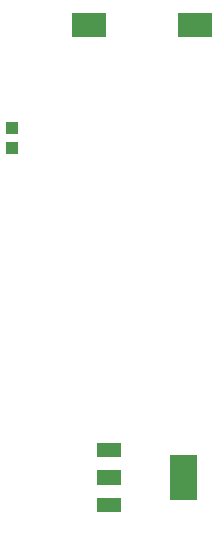
<source format=gtp>
G04 Layer: TopPasteMaskLayer*
G04 EasyEDA v6.4.7, 2020-11-13T14:17:03--3:00*
G04 567a4f01d23344a586f60d2a48ffb39a,2f6a952e8d754e4686293a443d3b0dc2,10*
G04 Gerber Generator version 0.2*
G04 Scale: 100 percent, Rotated: No, Reflected: No *
G04 Dimensions in millimeters *
G04 leading zeros omitted , absolute positions ,3 integer and 3 decimal *
%FSLAX33Y33*%
%MOMM*%
G90*
D02*

%ADD14R,2.999994X2.099996*%
%ADD17R,1.099820X1.000760*%

%LPD*%
G54D14*
G01X51517Y52070D03*
G01X60517Y52070D03*
G36*
G01X58423Y15615D02*
G01X60723Y15615D01*
G01X60723Y11816D01*
G01X58423Y11816D01*
G01X58423Y15615D01*
G37*
G36*
G01X52223Y14315D02*
G01X54223Y14315D01*
G01X54223Y13116D01*
G01X52223Y13116D01*
G01X52223Y14315D01*
G37*
G36*
G01X52223Y12016D02*
G01X54223Y12016D01*
G01X54223Y10816D01*
G01X52223Y10816D01*
G01X52223Y12016D01*
G37*
G36*
G01X52223Y16615D02*
G01X54223Y16615D01*
G01X54223Y15415D01*
G01X52223Y15415D01*
G01X52223Y16615D01*
G37*
G54D17*
G01X45008Y41628D03*
G01X45008Y43304D03*
M00*
M02*

</source>
